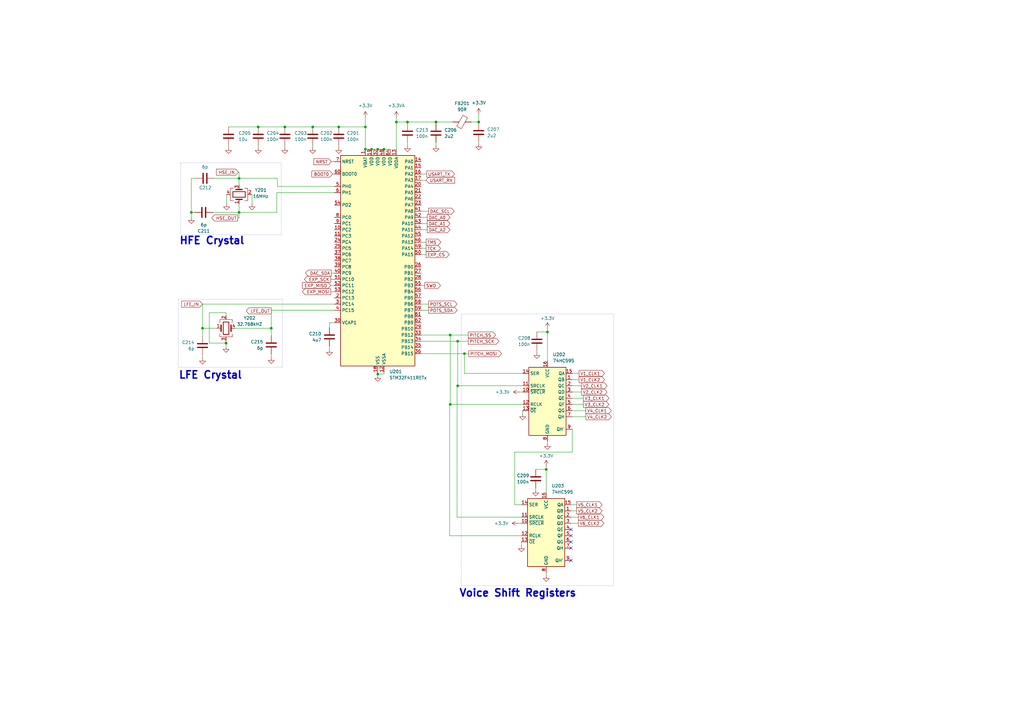
<source format=kicad_sch>
(kicad_sch (version 20230121) (generator eeschema)
  (paper "A3")
  (lib_symbols
    (symbol "74xx:74HC595"
      (property "Reference" "U" (at -7.62 13.97 0))
      (property "Value" "74HC595" (at -7.62 -16.51 0))
      (symbol "74HC595_1_0"
        (pin tri_state line (at 10.16 7.62 180) (length 2.54) (name "QB") (number "1"))
        (pin input line (at -10.16 2.54 0) (length 2.54) (name "~{SRCLR}") (number "10"))
        (pin input line (at -10.16 5.08 0) (length 2.54) (name "SRCLK") (number "11"))
        (pin input line (at -10.16 -2.54 0) (length 2.54) (name "RCLK") (number "12"))
        (pin input line (at -10.16 -5.08 0) (length 2.54) (name "~{OE}") (number "13"))
        (pin input line (at -10.16 10.16 0) (length 2.54) (name "SER") (number "14"))
        (pin tri_state line (at 10.16 10.16 180) (length 2.54) (name "QA") (number "15"))
        (pin power_in line (at 0 15.24 270) (length 2.54) (name "VCC") (number "16"))
        (pin tri_state line (at 10.16 5.08 180) (length 2.54) (name "QC") (number "2"))
        (pin tri_state line (at 10.16 2.54 180) (length 2.54) (name "QD") (number "3"))
        (pin tri_state line (at 10.16 0 180) (length 2.54) (name "QE") (number "4"))
        (pin tri_state line (at 10.16 -2.54 180) (length 2.54) (name "QF") (number "5"))
        (pin tri_state line (at 10.16 -5.08 180) (length 2.54) (name "QG") (number "6"))
        (pin tri_state line (at 10.16 -7.62 180) (length 2.54) (name "QH") (number "7"))
        (pin power_in line (at 0 -17.78 90) (length 2.54) (name "GND") (number "8"))
        (pin output line (at 10.16 -12.7 180) (length 2.54) (name "QH'") (number "9"))
      )
      (symbol "74HC595_1_1"
        (rectangle (start -7.62 12.7) (end 7.62 -15.24) (stroke (width 0.254)) (fill (type background)))
      )
    )
    (symbol "Device:C" (pin_numbers hide) (pin_names (offset 0.254))
      (property "Reference" "C" (at 0.635 2.54 0))
      (property "Value" "C" (at 0.635 -2.54 0))
      (symbol "C_0_1"
        (polyline (pts (xy -2.032 -0.762) (xy 2.032 -0.762)) (stroke (width 0.508)))
        (polyline (pts (xy -2.032 0.762) (xy 2.032 0.762)) (stroke (width 0.508)))
      )
      (symbol "C_1_1"
        (pin passive line (at 0 3.81 270) (length 2.794) (name "~") (number "1"))
        (pin passive line (at 0 -3.81 90) (length 2.794) (name "~") (number "2"))
      )
    )
    (symbol "Device:Crystal_GND23" (pin_names (offset 1.016) hide)
      (property "Reference" "Y" (at 3.175 5.08 0))
      (property "Value" "Crystal_GND23" (at 3.175 3.175 0))
      (symbol "Crystal_GND23_0_1"
        (rectangle (start -1.143 2.54) (end 1.143 -2.54) (stroke (width 0.3048)))
        (polyline (pts (xy -2.54 0) (xy -2.032 0)))
        (polyline (pts (xy -2.032 -1.27) (xy -2.032 1.27)) (stroke (width 0.508)))
        (polyline (pts (xy 0 -3.81) (xy 0 -3.556)))
        (polyline (pts (xy 0 3.556) (xy 0 3.81)))
        (polyline (pts (xy 2.032 -1.27) (xy 2.032 1.27)) (stroke (width 0.508)))
        (polyline (pts (xy 2.032 0) (xy 2.54 0)))
        (polyline (pts (xy -2.54 -2.286) (xy -2.54 -3.556) (xy 2.54 -3.556) (xy 2.54 -2.286)))
        (polyline (pts (xy -2.54 2.286) (xy -2.54 3.556) (xy 2.54 3.556) (xy 2.54 2.286)))
      )
      (symbol "Crystal_GND23_1_1"
        (pin passive line (at -3.81 0 0) (length 1.27) (name "1") (number "1"))
        (pin passive line (at 0 5.08 270) (length 1.27) (name "2") (number "2"))
        (pin passive line (at 0 -5.08 90) (length 1.27) (name "3") (number "3"))
        (pin passive line (at 3.81 0 180) (length 1.27) (name "4") (number "4"))
      )
    )
    (symbol "Device:Crystal_GND24" (pin_names (offset 1.016) hide)
      (property "Reference" "Y" (at 3.175 5.08 0))
      (property "Value" "Crystal_GND24" (at 3.175 3.175 0))
      (symbol "Crystal_GND24_0_1"
        (rectangle (start -1.143 2.54) (end 1.143 -2.54) (stroke (width 0.3048)))
        (polyline (pts (xy -2.54 0) (xy -2.032 0)))
        (polyline (pts (xy -2.032 -1.27) (xy -2.032 1.27)) (stroke (width 0.508)))
        (polyline (pts (xy 0 -3.81) (xy 0 -3.556)))
        (polyline (pts (xy 0 3.556) (xy 0 3.81)))
        (polyline (pts (xy 2.032 -1.27) (xy 2.032 1.27)) (stroke (width 0.508)))
        (polyline (pts (xy 2.032 0) (xy 2.54 0)))
        (polyline (pts (xy -2.54 -2.286) (xy -2.54 -3.556) (xy 2.54 -3.556) (xy 2.54 -2.286)))
        (polyline (pts (xy -2.54 2.286) (xy -2.54 3.556) (xy 2.54 3.556) (xy 2.54 2.286)))
      )
      (symbol "Crystal_GND24_1_1"
        (pin passive line (at -3.81 0 0) (length 1.27) (name "1") (number "1"))
        (pin passive line (at 0 5.08 270) (length 1.27) (name "2") (number "2"))
        (pin passive line (at 3.81 0 180) (length 1.27) (name "3") (number "3"))
        (pin passive line (at 0 -5.08 90) (length 1.27) (name "4") (number "4"))
      )
    )
    (symbol "Device:FerriteBead" (pin_numbers hide) (pin_names (offset 0))
      (property "Reference" "FB" (at -3.81 0.635 90))
      (property "Value" "FerriteBead" (at 3.81 0 90))
      (symbol "FerriteBead_0_1"
        (polyline (pts (xy 0 -1.27) (xy 0 -1.2192)))
        (polyline (pts (xy 0 1.27) (xy 0 1.2954)))
        (polyline (pts (xy -2.7686 0.4064) (xy -1.7018 2.2606) (xy 2.7686 -0.3048) (xy 1.6764 -2.159) (xy -2.7686 0.4064)))
      )
      (symbol "FerriteBead_1_1"
        (pin passive line (at 0 3.81 270) (length 2.54) (name "~") (number "1"))
        (pin passive line (at 0 -3.81 90) (length 2.54) (name "~") (number "2"))
      )
    )
    (symbol "MCU_ST_STM32F4:STM32F411RETx"
      (property "Reference" "U" (at -15.24 44.45 0))
      (property "Value" "STM32F411RETx" (at 10.16 44.45 0))
      (symbol "STM32F411RETx_0_1"
        (rectangle (start -15.24 -43.18) (end 15.24 43.18) (stroke (width 0.254)) (fill (type background)))
      )
      (symbol "STM32F411RETx_1_1"
        (pin power_in line (at -5.08 45.72 270) (length 2.54) (name "VBAT") (number "1"))
        (pin bidirectional line (at -17.78 12.7 0) (length 2.54) (name "PC2") (number "10"))
        (pin bidirectional line (at -17.78 10.16 0) (length 2.54) (name "PC3") (number "11"))
        (pin power_in line (at 2.54 -45.72 90) (length 2.54) (name "VSSA") (number "12"))
        (pin power_in line (at 7.62 45.72 270) (length 2.54) (name "VDDA") (number "13"))
        (pin bidirectional line (at 17.78 40.64 180) (length 2.54) (name "PA0") (number "14"))
        (pin bidirectional line (at 17.78 38.1 180) (length 2.54) (name "PA1") (number "15"))
        (pin bidirectional line (at 17.78 35.56 180) (length 2.54) (name "PA2") (number "16"))
        (pin bidirectional line (at 17.78 33.02 180) (length 2.54) (name "PA3") (number "17"))
        (pin power_in line (at 0 -45.72 90) (length 2.54) (name "VSS") (number "18"))
        (pin power_in line (at -2.54 45.72 270) (length 2.54) (name "VDD") (number "19"))
        (pin bidirectional line (at -17.78 -15.24 0) (length 2.54) (name "PC13") (number "2"))
        (pin bidirectional line (at 17.78 30.48 180) (length 2.54) (name "PA4") (number "20"))
        (pin bidirectional line (at 17.78 27.94 180) (length 2.54) (name "PA5") (number "21"))
        (pin bidirectional line (at 17.78 25.4 180) (length 2.54) (name "PA6") (number "22"))
        (pin bidirectional line (at 17.78 22.86 180) (length 2.54) (name "PA7") (number "23"))
        (pin bidirectional line (at -17.78 7.62 0) (length 2.54) (name "PC4") (number "24"))
        (pin bidirectional line (at -17.78 5.08 0) (length 2.54) (name "PC5") (number "25"))
        (pin bidirectional line (at 17.78 -2.54 180) (length 2.54) (name "PB0") (number "26"))
        (pin bidirectional line (at 17.78 -5.08 180) (length 2.54) (name "PB1") (number "27"))
        (pin bidirectional line (at 17.78 -7.62 180) (length 2.54) (name "PB2") (number "28"))
        (pin bidirectional line (at 17.78 -27.94 180) (length 2.54) (name "PB10") (number "29"))
        (pin bidirectional line (at -17.78 -17.78 0) (length 2.54) (name "PC14") (number "3"))
        (pin power_out line (at -17.78 -25.4 0) (length 2.54) (name "VCAP1") (number "30"))
        (pin passive line (at 0 -45.72 90) (length 2.54) hide (name "VSS") (number "31"))
        (pin power_in line (at 0 45.72 270) (length 2.54) (name "VDD") (number "32"))
        (pin bidirectional line (at 17.78 -30.48 180) (length 2.54) (name "PB12") (number "33"))
        (pin bidirectional line (at 17.78 -33.02 180) (length 2.54) (name "PB13") (number "34"))
        (pin bidirectional line (at 17.78 -35.56 180) (length 2.54) (name "PB14") (number "35"))
        (pin bidirectional line (at 17.78 -38.1 180) (length 2.54) (name "PB15") (number "36"))
        (pin bidirectional line (at -17.78 2.54 0) (length 2.54) (name "PC6") (number "37"))
        (pin bidirectional line (at -17.78 0 0) (length 2.54) (name "PC7") (number "38"))
        (pin bidirectional line (at -17.78 -2.54 0) (length 2.54) (name "PC8") (number "39"))
        (pin bidirectional line (at -17.78 -20.32 0) (length 2.54) (name "PC15") (number "4"))
        (pin bidirectional line (at -17.78 -5.08 0) (length 2.54) (name "PC9") (number "40"))
        (pin bidirectional line (at 17.78 20.32 180) (length 2.54) (name "PA8") (number "41"))
        (pin bidirectional line (at 17.78 17.78 180) (length 2.54) (name "PA9") (number "42"))
        (pin bidirectional line (at 17.78 15.24 180) (length 2.54) (name "PA10") (number "43"))
        (pin bidirectional line (at 17.78 12.7 180) (length 2.54) (name "PA11") (number "44"))
        (pin bidirectional line (at 17.78 10.16 180) (length 2.54) (name "PA12") (number "45"))
        (pin bidirectional line (at 17.78 7.62 180) (length 2.54) (name "PA13") (number "46"))
        (pin passive line (at 0 -45.72 90) (length 2.54) hide (name "VSS") (number "47"))
        (pin power_in line (at 2.54 45.72 270) (length 2.54) (name "VDD") (number "48"))
        (pin bidirectional line (at 17.78 5.08 180) (length 2.54) (name "PA14") (number "49"))
        (pin bidirectional line (at -17.78 30.48 0) (length 2.54) (name "PH0") (number "5"))
        (pin bidirectional line (at 17.78 2.54 180) (length 2.54) (name "PA15") (number "50"))
        (pin bidirectional line (at -17.78 -7.62 0) (length 2.54) (name "PC10") (number "51"))
        (pin bidirectional line (at -17.78 -10.16 0) (length 2.54) (name "PC11") (number "52"))
        (pin bidirectional line (at -17.78 -12.7 0) (length 2.54) (name "PC12") (number "53"))
        (pin bidirectional line (at -17.78 22.86 0) (length 2.54) (name "PD2") (number "54"))
        (pin bidirectional line (at 17.78 -10.16 180) (length 2.54) (name "PB3") (number "55"))
        (pin bidirectional line (at 17.78 -12.7 180) (length 2.54) (name "PB4") (number "56"))
        (pin bidirectional line (at 17.78 -15.24 180) (length 2.54) (name "PB5") (number "57"))
        (pin bidirectional line (at 17.78 -17.78 180) (length 2.54) (name "PB6") (number "58"))
        (pin bidirectional line (at 17.78 -20.32 180) (length 2.54) (name "PB7") (number "59"))
        (pin bidirectional line (at -17.78 27.94 0) (length 2.54) (name "PH1") (number "6"))
        (pin input line (at -17.78 35.56 0) (length 2.54) (name "BOOT0") (number "60"))
        (pin bidirectional line (at 17.78 -22.86 180) (length 2.54) (name "PB8") (number "61"))
        (pin bidirectional line (at 17.78 -25.4 180) (length 2.54) (name "PB9") (number "62"))
        (pin passive line (at 0 -45.72 90) (length 2.54) hide (name "VSS") (number "63"))
        (pin power_in line (at 5.08 45.72 270) (length 2.54) (name "VDD") (number "64"))
        (pin input line (at -17.78 40.64 0) (length 2.54) (name "NRST") (number "7"))
        (pin bidirectional line (at -17.78 17.78 0) (length 2.54) (name "PC0") (number "8"))
        (pin bidirectional line (at -17.78 15.24 0) (length 2.54) (name "PC1") (number "9"))
      )
    )
    (symbol "power:+3.3V" (power) (pin_names (offset 0))
      (property "Value" "+3.3V" (at 0 3.556 0))
      (symbol "+3.3V_0_1"
        (polyline (pts (xy -0.762 1.27) (xy 0 2.54)))
        (polyline (pts (xy 0 0) (xy 0 2.54)))
        (polyline (pts (xy 0 2.54) (xy 0.762 1.27)))
      )
      (symbol "+3.3V_1_1"
        (pin power_in line (at 0 0 90) (length 0) hide (name "+3.3V") (number "1"))
      )
    )
    (symbol "power:+3.3VA" (power) (pin_names (offset 0))
      (property "Value" "+3.3VA" (at 0 3.556 0))
      (symbol "+3.3VA_0_1"
        (polyline (pts (xy -0.762 1.27) (xy 0 2.54)))
        (polyline (pts (xy 0 0) (xy 0 2.54)))
        (polyline (pts (xy 0 2.54) (xy 0.762 1.27)))
      )
      (symbol "+3.3VA_1_1"
        (pin power_in line (at 0 0 90) (length 0) hide (name "+3.3VA") (number "1"))
      )
    )
    (symbol "power:GND" (power) (pin_names (offset 0))
      (symbol "GND_0_1"
        (polyline (pts (xy 0 0) (xy 0 -1.27) (xy 1.27 -1.27) (xy 0 -2.54) (xy -1.27 -1.27) (xy 0 -1.27)))
      )
      (symbol "GND_1_1"
        (pin power_in line (at 0 0 270) (length 0) hide (name "GND") (number "1"))
      )
    )
  )
  (junction (at 157.48 61.214))
  (junction (at 167.132 50.038))
  (junction (at 98.044 73.152))
  (junction (at 152.4 61.214))
  (junction (at 154.94 153.416))
  (junction (at 190.5 145.034))
  (junction (at 105.918 52.07))
  (junction (at 184.658 137.414))
  (junction (at 98.044 87.122))
  (junction (at 111.252 134.62))
  (junction (at 178.816 50.038))
  (junction (at 83.058 134.62))
  (junction (at 154.94 61.214))
  (junction (at 116.84 52.07))
  (junction (at 224.536 136.144))
  (junction (at 224.028 192.532))
  (junction (at 196.342 50.038))
  (junction (at 184.658 165.862))
  (junction (at 149.86 61.214))
  (junction (at 92.71 140.716))
  (junction (at 78.486 87.122))
  (junction (at 162.56 50.038))
  (junction (at 149.86 52.07))
  (junction (at 187.706 139.954))
  (junction (at 187.706 158.242))
  (junction (at 128.27 52.07))
  (junction (at 138.938 52.07))
  (no_connect (at 234.188 219.71))
  (no_connect (at 234.188 222.25))
  (no_connect (at 234.188 229.87))
  (no_connect (at 234.188 224.79))
  (no_connect (at 234.188 217.17))
  (wire (pts (xy 172.72 104.394) (xy 174.752 104.394)))
  (wire (pts (xy 87.376 87.122) (xy 98.044 87.122)))
  (wire (pts (xy 88.9 134.62) (xy 83.058 134.62)))
  (wire (pts (xy 83.058 145.542) (xy 83.058 146.812)))
  (wire (pts (xy 234.696 185.42) (xy 211.074 185.42)))
  (wire (pts (xy 172.72 71.374) (xy 175.006 71.374)))
  (wire (pts (xy 172.72 89.154) (xy 175.26 89.154)))
  (wire (pts (xy 172.72 145.034) (xy 190.5 145.034)))
  (wire (pts (xy 224.028 192.532) (xy 224.028 201.93)))
  (wire (pts (xy 219.71 200.152) (xy 219.71 200.914)))
  (wire (pts (xy 85.852 128.27) (xy 85.852 140.716)))
  (wire (pts (xy 157.48 153.416) (xy 154.94 153.416)))
  (wire (pts (xy 135.636 119.634) (xy 137.16 119.634)))
  (wire (pts (xy 113.792 73.152) (xy 98.044 73.152)))
  (wire (pts (xy 85.852 140.716) (xy 92.71 140.716)))
  (wire (pts (xy 234.188 212.09) (xy 237.236 212.09)))
  (wire (pts (xy 234.188 207.01) (xy 236.474 207.01)))
  (wire (pts (xy 178.816 50.038) (xy 185.674 50.038)))
  (wire (pts (xy 219.71 192.532) (xy 224.028 192.532)))
  (wire (pts (xy 172.72 86.614) (xy 175.768 86.614)))
  (wire (pts (xy 184.404 165.862) (xy 184.658 165.862)))
  (wire (pts (xy 113.538 78.994) (xy 137.16 78.994)))
  (wire (pts (xy 162.56 50.038) (xy 162.56 61.214)))
  (wire (pts (xy 92.71 139.7) (xy 92.71 140.716)))
  (wire (pts (xy 83.058 124.714) (xy 137.16 124.714)))
  (wire (pts (xy 193.294 50.038) (xy 196.342 50.038)))
  (wire (pts (xy 154.94 152.654) (xy 154.94 153.416)))
  (wire (pts (xy 234.696 155.702) (xy 237.49 155.702)))
  (wire (pts (xy 214.376 165.862) (xy 184.658 165.862)))
  (wire (pts (xy 234.696 168.402) (xy 240.284 168.402)))
  (wire (pts (xy 113.792 76.454) (xy 137.16 76.454)))
  (wire (pts (xy 78.486 87.122) (xy 78.486 73.152)))
  (wire (pts (xy 234.696 163.322) (xy 239.268 163.322)))
  (wire (pts (xy 83.058 134.62) (xy 83.058 137.922)))
  (wire (pts (xy 116.84 59.69) (xy 116.84 60.452)))
  (wire (pts (xy 234.696 158.242) (xy 238.506 158.242)))
  (wire (pts (xy 105.918 59.69) (xy 105.918 60.452)))
  (wire (pts (xy 149.86 48.26) (xy 149.86 52.07)))
  (wire (pts (xy 111.252 145.288) (xy 111.252 146.558)))
  (wire (pts (xy 97.536 89.408) (xy 98.044 89.408)))
  (wire (pts (xy 234.696 160.782) (xy 238.506 160.782)))
  (wire (pts (xy 172.72 91.694) (xy 175.26 91.694)))
  (wire (pts (xy 234.696 165.862) (xy 239.268 165.862)))
  (wire (pts (xy 97.79 70.612) (xy 98.044 70.612)))
  (wire (pts (xy 111.252 127.254) (xy 111.252 134.62)))
  (wire (pts (xy 113.792 76.454) (xy 113.792 73.152)))
  (wire (pts (xy 211.074 185.42) (xy 211.074 207.01)))
  (wire (pts (xy 184.658 137.414) (xy 192.024 137.414)))
  (wire (pts (xy 111.252 127.254) (xy 137.16 127.254)))
  (wire (pts (xy 128.27 52.07) (xy 138.938 52.07)))
  (wire (pts (xy 172.72 94.234) (xy 175.26 94.234)))
  (wire (pts (xy 172.72 124.714) (xy 175.768 124.714)))
  (wire (pts (xy 196.342 46.99) (xy 196.342 50.038)))
  (wire (pts (xy 92.964 79.756) (xy 92.964 83.566)))
  (wire (pts (xy 224.028 191.262) (xy 224.028 192.532)))
  (wire (pts (xy 162.56 50.038) (xy 167.132 50.038)))
  (wire (pts (xy 92.71 129.54) (xy 92.71 128.27)))
  (wire (pts (xy 135.128 141.986) (xy 135.128 143.256)))
  (wire (pts (xy 138.938 52.07) (xy 149.86 52.07)))
  (wire (pts (xy 135.636 117.094) (xy 137.16 117.094)))
  (wire (pts (xy 172.72 101.854) (xy 174.752 101.854)))
  (wire (pts (xy 152.4 61.214) (xy 154.94 61.214)))
  (wire (pts (xy 167.132 58.42) (xy 167.132 59.69)))
  (wire (pts (xy 224.028 234.95) (xy 224.028 235.966)))
  (wire (pts (xy 98.044 87.122) (xy 98.044 89.408)))
  (wire (pts (xy 214.376 168.402) (xy 214.376 169.672)))
  (wire (pts (xy 178.816 58.42) (xy 178.816 59.69)))
  (wire (pts (xy 220.218 143.764) (xy 220.218 144.526)))
  (wire (pts (xy 213.106 160.782) (xy 214.376 160.782)))
  (wire (pts (xy 105.918 52.07) (xy 116.84 52.07)))
  (wire (pts (xy 190.5 145.034) (xy 192.278 145.034)))
  (wire (pts (xy 83.058 124.714) (xy 83.058 134.62)))
  (wire (pts (xy 92.71 140.716) (xy 92.71 141.986)))
  (wire (pts (xy 190.5 153.162) (xy 190.5 145.034)))
  (wire (pts (xy 187.706 158.242) (xy 187.706 139.954)))
  (wire (pts (xy 184.658 165.862) (xy 184.658 137.414)))
  (wire (pts (xy 136.398 71.374) (xy 137.16 71.374)))
  (wire (pts (xy 211.074 207.01) (xy 213.868 207.01)))
  (wire (pts (xy 98.044 83.566) (xy 98.044 87.122)))
  (wire (pts (xy 167.132 50.038) (xy 167.132 50.8)))
  (wire (pts (xy 172.72 73.914) (xy 174.752 73.914)))
  (wire (pts (xy 103.378 79.756) (xy 103.124 79.756)))
  (wire (pts (xy 103.378 83.566) (xy 103.378 79.756)))
  (wire (pts (xy 135.128 134.366) (xy 135.128 132.334)))
  (wire (pts (xy 128.27 59.69) (xy 128.27 60.452)))
  (wire (pts (xy 92.71 128.27) (xy 85.852 128.27)))
  (wire (pts (xy 116.84 52.07) (xy 128.27 52.07)))
  (wire (pts (xy 234.188 209.55) (xy 236.474 209.55)))
  (wire (pts (xy 98.044 87.122) (xy 113.538 87.122)))
  (wire (pts (xy 154.94 153.416) (xy 154.94 153.924)))
  (wire (pts (xy 234.188 214.63) (xy 237.236 214.63)))
  (wire (pts (xy 154.94 61.214) (xy 157.48 61.214)))
  (wire (pts (xy 234.696 153.162) (xy 237.49 153.162)))
  (wire (pts (xy 135.128 132.334) (xy 137.16 132.334)))
  (wire (pts (xy 212.598 214.63) (xy 213.868 214.63)))
  (wire (pts (xy 78.486 73.152) (xy 80.264 73.152)))
  (wire (pts (xy 93.726 52.07) (xy 105.918 52.07)))
  (wire (pts (xy 224.536 134.874) (xy 224.536 136.144)))
  (wire (pts (xy 172.72 117.094) (xy 174.244 117.094)))
  (wire (pts (xy 178.816 50.038) (xy 178.816 50.8)))
  (wire (pts (xy 213.868 212.09) (xy 187.452 212.09)))
  (wire (pts (xy 224.536 181.102) (xy 224.536 181.864)))
  (wire (pts (xy 138.938 59.69) (xy 138.938 60.452)))
  (wire (pts (xy 87.884 73.152) (xy 98.044 73.152)))
  (wire (pts (xy 111.252 134.62) (xy 96.52 134.62)))
  (wire (pts (xy 149.86 61.214) (xy 152.4 61.214)))
  (wire (pts (xy 78.486 87.122) (xy 79.756 87.122)))
  (wire (pts (xy 213.868 222.25) (xy 213.868 223.774)))
  (wire (pts (xy 157.48 61.214) (xy 160.02 61.214)))
  (wire (pts (xy 172.72 137.414) (xy 184.658 137.414)))
  (wire (pts (xy 135.636 114.554) (xy 137.16 114.554)))
  (wire (pts (xy 214.376 153.162) (xy 190.5 153.162)))
  (wire (pts (xy 167.132 50.038) (xy 178.816 50.038)))
  (wire (pts (xy 135.89 66.294) (xy 137.16 66.294)))
  (wire (pts (xy 162.56 48.26) (xy 162.56 50.038)))
  (wire (pts (xy 234.696 176.022) (xy 234.696 185.42)))
  (wire (pts (xy 98.044 73.152) (xy 98.044 75.946)))
  (wire (pts (xy 196.342 50.038) (xy 196.342 50.546)))
  (wire (pts (xy 98.044 70.612) (xy 98.044 73.152)))
  (wire (pts (xy 157.48 152.654) (xy 157.48 153.416)))
  (wire (pts (xy 213.868 219.71) (xy 184.404 219.71)))
  (wire (pts (xy 192.024 139.954) (xy 187.706 139.954)))
  (wire (pts (xy 113.538 87.122) (xy 113.538 78.994)))
  (wire (pts (xy 149.86 52.07) (xy 149.86 61.214)))
  (wire (pts (xy 111.252 134.62) (xy 111.252 137.668)))
  (wire (pts (xy 172.72 99.314) (xy 174.752 99.314)))
  (wire (pts (xy 184.404 219.71) (xy 184.404 165.862)))
  (wire (pts (xy 224.536 136.144) (xy 224.536 148.082)))
  (wire (pts (xy 196.342 58.166) (xy 196.342 58.928)))
  (wire (pts (xy 172.72 127.254) (xy 175.768 127.254)))
  (wire (pts (xy 78.486 89.154) (xy 78.486 87.122)))
  (wire (pts (xy 135.89 112.014) (xy 137.16 112.014)))
  (wire (pts (xy 234.696 170.942) (xy 240.284 170.942)))
  (wire (pts (xy 214.376 158.242) (xy 187.706 158.242)))
  (wire (pts (xy 93.726 59.69) (xy 93.726 60.452)))
  (wire (pts (xy 187.452 212.09) (xy 187.452 158.242)))
  (wire (pts (xy 187.452 158.242) (xy 187.706 158.242)))
  (wire (pts (xy 187.706 139.954) (xy 172.72 139.954)))
  (wire (pts (xy 220.218 136.144) (xy 224.536 136.144)))
  (rectangle (start 189.23 128.778) (end 251.714 240.284) (stroke (width 0) (type dot)))
  (rectangle (start 74.168 66.802) (end 115.316 96.266) (stroke (width 0) (type dot)))
  (rectangle (start 73.152 122.682) (end 115.824 150.622) (stroke (width 0) (type dot)))
  (text "HFE Crystal" (at 73.406 100.584 0) (effects (font (size 3 3) (thickness 0.6) bold) (justify left bottom)))
  (text "LFE Crystal" (at 73.152 155.702 0) (effects (font (size 3 3) (thickness 0.6) bold) (justify left bottom)))
  (text "Voice Shift Registers" (at 188.214 245.11 0) (effects (font (size 3 3) (thickness 0.6) bold) (justify left bottom)))
  (global_label "SWO" (shape output) (at 174.244 117.094 0) (property "Intersheetrefs" "${INTERSHEET_REFS}" (effects hide)))
  (global_label "DAC_A0" (shape output) (at 175.26 89.154 0) (property "Intersheetrefs" "${INTERSHEET_REFS}" (effects hide)))
  (global_label "PITCH_MOSI" (shape output) (at 192.278 145.034 0) (property "Intersheetrefs" "${INTERSHEET_REFS}" (effects hide)))
  (global_label "BOOT0" (shape input) (at 136.398 71.374 180) (property "Intersheetrefs" "${INTERSHEET_REFS}" (effects hide)))
  (global_label "V1_CLK1" (shape output) (at 237.49 153.162 0) (property "Intersheetrefs" "${INTERSHEET_REFS}" (effects hide)))
  (global_label "V2_CLK1" (shape output) (at 238.506 158.242 0) (property "Intersheetrefs" "${INTERSHEET_REFS}" (effects hide)))
  (global_label "NRST" (shape input) (at 135.89 66.294 180) (property "Intersheetrefs" "${INTERSHEET_REFS}" (effects hide)))
  (global_label "V3_CLK2" (shape output) (at 239.268 165.862 0) (property "Intersheetrefs" "${INTERSHEET_REFS}" (effects hide)))
  (global_label "LFE_OUT" (shape output) (at 111.252 127.508 180) (property "Intersheetrefs" "${INTERSHEET_REFS}" (effects hide)))
  (global_label "TMS" (shape output) (at 174.752 99.314 0) (property "Intersheetrefs" "${INTERSHEET_REFS}" (effects hide)))
  (global_label "DAC_A1" (shape output) (at 175.26 91.694 0) (property "Intersheetrefs" "${INTERSHEET_REFS}" (effects hide)))
  (global_label "HSE_IN" (shape input) (at 97.79 70.612 180) (property "Intersheetrefs" "${INTERSHEET_REFS}" (effects hide)))
  (global_label "EXP_MOSI" (shape output) (at 135.636 119.634 180) (property "Intersheetrefs" "${INTERSHEET_REFS}" (effects hide)))
  (global_label "TCK" (shape output) (at 174.752 101.854 0) (property "Intersheetrefs" "${INTERSHEET_REFS}" (effects hide)))
  (global_label "V5_CLK2" (shape output) (at 236.474 209.55 0) (property "Intersheetrefs" "${INTERSHEET_REFS}" (effects hide)))
  (global_label "LFE_IN" (shape input) (at 83.058 124.714 180) (property "Intersheetrefs" "${INTERSHEET_REFS}" (effects hide)))
  (global_label "POTS_SCL" (shape output) (at 175.768 124.714 0) (property "Intersheetrefs" "${INTERSHEET_REFS}" (effects hide)))
  (global_label "V2_CLK2" (shape output) (at 238.506 160.782 0) (property "Intersheetrefs" "${INTERSHEET_REFS}" (effects hide)))
  (global_label "EXP_CS" (shape output) (at 174.752 104.394 0) (property "Intersheetrefs" "${INTERSHEET_REFS}" (effects hide)))
  (global_label "V6_CLK1" (shape output) (at 237.236 212.09 0) (property "Intersheetrefs" "${INTERSHEET_REFS}" (effects hide)))
  (global_label "DAC_SDA" (shape output) (at 135.89 112.014 180) (property "Intersheetrefs" "${INTERSHEET_REFS}" (effects hide)))
  (global_label "V4_CLK1" (shape output) (at 240.284 168.402 0) (property "Intersheetrefs" "${INTERSHEET_REFS}" (effects hide)))
  (global_label "V5_CLK1" (shape output) (at 236.474 207.01 0) (property "Intersheetrefs" "${INTERSHEET_REFS}" (effects hide)))
  (global_label "USART_TX" (shape output) (at 175.006 71.374 0) (property "Intersheetrefs" "${INTERSHEET_REFS}" (effects hide)))
  (global_label "USART_RX" (shape input) (at 174.752 73.914 0) (property "Intersheetrefs" "${INTERSHEET_REFS}" (effects hide)))
  (global_label "PITCH_SS" (shape output) (at 192.024 137.414 0) (property "Intersheetrefs" "${INTERSHEET_REFS}" (effects hide)))
  (global_label "EXP_SCK" (shape output) (at 135.636 114.554 180) (property "Intersheetrefs" "${INTERSHEET_REFS}" (effects hide)))
  (global_label "V6_CLK2" (shape output) (at 237.236 214.63 0) (property "Intersheetrefs" "${INTERSHEET_REFS}" (effects hide)))
  (global_label "HSE_OUT" (shape output) (at 97.536 89.408 180) (property "Intersheetrefs" "${INTERSHEET_REFS}" (effects hide)))
  (global_label "V3_CLK1" (shape output) (at 239.268 163.322 0) (property "Intersheetrefs" "${INTERSHEET_REFS}" (effects hide)))
  (global_label "DAC_SCL" (shape output) (at 175.768 86.614 0) (property "Intersheetrefs" "${INTERSHEET_REFS}" (effects hide)))
  (global_label "POTS_SDA" (shape output) (at 175.768 127.254 0) (property "Intersheetrefs" "${INTERSHEET_REFS}" (effects hide)))
  (global_label "V4_CLK2" (shape output) (at 240.284 170.942 0) (property "Intersheetrefs" "${INTERSHEET_REFS}" (effects hide)))
  (global_label "EXP_MISO" (shape input) (at 135.636 117.094 180) (property "Intersheetrefs" "${INTERSHEET_REFS}" (effects hide)))
  (global_label "V1_CLK2" (shape output) (at 237.49 155.702 0) (property "Intersheetrefs" "${INTERSHEET_REFS}" (effects hide)))
  (global_label "DAC_A2" (shape output) (at 175.26 94.234 0) (property "Intersheetrefs" "${INTERSHEET_REFS}" (effects hide)))
  (global_label "PITCH_SCK" (shape output) (at 192.024 139.954 0) (property "Intersheetrefs" "${INTERSHEET_REFS}" (effects hide)))
  (symbol (lib_id "Device:C") (at 196.342 54.356 0) (unit 1)
    (property "Reference" "C207" (at 199.771 53.086 0) (effects (justify left)))
    (property "Value" "2u2" (at 199.771 55.626 0) (effects (justify left)))
    (property "Footprint" "Capacitor_SMD:C_0805_2012Metric" (effects hide))
    (instances (project "PolySynthMotherboard" (path "" (reference "C207") (unit 1))) (project "DualWavetableOscHardware" (path "" (reference "C118") (unit 1))))
  )
  (symbol (lib_id "power:+3.3V") (at 213.106 160.782 90) (unit 1)
    (property "Reference" "#PWR0215" (effects hide))
    (property "Value" "+3.3V" (at 209.042 160.782 90) (effects (justify left)))
  )
  (symbol (lib_id "Device:C") (at 93.726 55.88 0) (unit 1)
    (property "Reference" "C205" (at 97.79 54.61 0) (effects (justify left)))
    (property "Value" "10u" (at 97.79 57.15 0) (effects (justify left)))
  )
  (symbol (lib_id "74xx:74HC595") (at 224.028 217.17 0) (unit 1)
    (property "Reference" "U203" (at 226.2221 199.263 0) (effects (justify left)))
    (property "Value" "74HC595" (at 226.2221 201.803 0) (effects (justify left)))
    (property "Datasheet" "http://www.ti.com/lit/ds/symlink/sn74hc595.pdf" (effects hide))
  )
  (symbol (lib_id "Device:C") (at 178.816 54.61 0) (unit 1)
    (property "Reference" "C206" (at 182.245 53.34 0) (effects (justify left)))
    (property "Value" "2u2" (at 182.245 55.88 0) (effects (justify left)))
    (property "Footprint" "Capacitor_SMD:C_0805_2012Metric" (effects hide))
    (instances (project "PolySynthMotherboard" (path "" (reference "C206") (unit 1))) (project "DualWavetableOscHardware" (path "" (reference "C116") (unit 1))))
  )
  (symbol (lib_id "power:GND") (at 224.028 235.966 0) (unit 1)
    (property "Reference" "#PWR0221" (effects hide))
    (property "Value" "GND" (effects hide))
  )
  (symbol (lib_id "Device:C") (at 84.074 73.152 90) (unit 1)
    (property "Reference" "C212" (at 84.201 76.962 90))
    (property "Value" "6p" (at 84.074 68.453 90))
    (property "Footprint" "Capacitor_SMD:C_0805_2012Metric" (effects hide))
    (instances (project "PolySynthMotherboard" (path "" (reference "C212") (unit 1))) (project "DualWavetableOscHardware" (path "" (reference "C103") (unit 1))))
  )
  (symbol (lib_id "power:GND") (at 93.726 60.452 0) (unit 1)
    (property "Reference" "#PWR0202" (effects hide))
    (property "Value" "GND" (effects hide))
  )
  (symbol (lib_id "Device:C") (at 128.27 55.88 0) (unit 1)
    (property "Reference" "C202" (at 131.318 54.61 0) (effects (justify left)))
    (property "Value" "100n" (at 131.318 57.15 0) (effects (justify left)))
  )
  (symbol (lib_id "Device:Crystal_GND24") (at 98.044 79.756 270) (mirror x) (unit 1)
    (property "Reference" "Y201" (at 106.934 77.978 90))
    (property "Value" "16MHz" (at 106.934 80.518 90))
    (property "Footprint" "Crystal:Crystal_SMD_EuroQuartz_MT-4Pin_3.2x2.5mm" (effects hide))
    (instances (project "PolySynthMotherboard" (path "" (reference "Y201") (unit 1))) (project "DualWavetableOscHardware" (path "" (reference "Y101") (unit 1))))
  )
  (symbol (lib_id "power:GND") (at 196.342 58.928 0) (unit 1)
    (property "Reference" "#PWR0210" (effects hide))
    (property "Value" "GND" (effects hide))
  )
  (symbol (lib_id "power:GND") (at 178.816 59.69 0) (unit 1)
    (property "Reference" "#PWR0209" (effects hide))
    (property "Value" "GND" (effects hide))
  )
  (symbol (lib_id "Device:C") (at 135.128 138.176 0) (unit 1)
    (property "Reference" "C210" (at 131.826 136.906 0) (effects (justify right)))
    (property "Value" "4u7" (at 131.826 139.446 0) (effects (justify right)))
  )
  (symbol (lib_id "74xx:74HC595") (at 224.536 163.322 0) (unit 1)
    (property "Reference" "U202" (at 226.7301 145.415 0) (effects (justify left)))
    (property "Value" "74HC595" (at 226.7301 147.955 0) (effects (justify left)))
    (property "Datasheet" "http://www.ti.com/lit/ds/symlink/sn74hc595.pdf" (effects hide))
  )
  (symbol (lib_id "power:GND") (at 83.058 146.812 0) (unit 1)
    (property "Reference" "#PWR0228" (effects hide))
    (property "Value" "GND" (effects hide))
  )
  (symbol (lib_id "power:GND") (at 103.378 83.566 0) (unit 1)
    (property "Reference" "#PWR0225" (effects hide))
    (property "Value" "GND" (effects hide))
    (instances (project "PolySynthMotherboard" (path "" (reference "#PWR0225") (unit 1))) (project "DualWavetableOscHardware" (path "" (reference "#PWR0118") (unit 1))))
  )
  (symbol (lib_id "power:GND") (at 220.218 144.526 0) (unit 1)
    (property "Reference" "#PWR0213" (effects hide))
    (property "Value" "GND" (effects hide))
  )
  (symbol (lib_id "Device:C") (at 219.71 196.342 0) (unit 1)
    (property "Reference" "C209" (at 211.963 195.072 0) (effects (justify left)))
    (property "Value" "100n" (at 211.963 197.612 0) (effects (justify left)))
  )
  (symbol (lib_id "power:GND") (at 105.918 60.452 0) (unit 1)
    (property "Reference" "#PWR0203" (effects hide))
    (property "Value" "GND" (effects hide))
  )
  (symbol (lib_id "MCU_ST_STM32F4:STM32F411RETx") (at 154.94 106.934 0) (unit 1)
    (property "Reference" "U201" (at 159.6741 152.4 0) (effects (justify left)))
    (property "Value" "STM32F411RETx" (at 159.6741 154.94 0) (effects (justify left)))
    (property "Footprint" "Package_QFP:LQFP-64_10x10mm_P0.5mm" (effects hide))
    (property "Datasheet" "https://www.st.com/resource/en/datasheet/stm32f411re.pdf" (effects hide))
  )
  (symbol (lib_id "power:GND") (at 128.27 60.452 0) (unit 1)
    (property "Reference" "#PWR0205" (effects hide))
    (property "Value" "GND" (effects hide))
  )
  (symbol (lib_id "power:+3.3V") (at 224.028 191.262 0) (unit 1)
    (property "Reference" "#PWR0220" (effects hide))
    (property "Value" "+3.3V" (at 224.028 186.944 0))
  )
  (symbol (lib_id "power:GND") (at 92.71 141.986 0) (unit 1)
    (property "Reference" "#PWR0227" (effects hide))
    (property "Value" "GND" (effects hide))
  )
  (symbol (lib_id "Device:C") (at 138.938 55.88 0) (unit 1)
    (property "Reference" "C201" (at 142.24 54.61 0) (effects (justify left)))
    (property "Value" "100n" (at 142.24 57.15 0) (effects (justify left)))
  )
  (symbol (lib_id "power:GND") (at 78.486 89.154 0) (unit 1)
    (property "Reference" "#PWR0223" (effects hide))
    (property "Value" "GND" (effects hide))
    (instances (project "PolySynthMotherboard" (path "" (reference "#PWR0223") (unit 1))) (project "DualWavetableOscHardware" (path "" (reference "#PWR0109") (unit 1))))
  )
  (symbol (lib_id "power:+3.3V") (at 212.598 214.63 90) (unit 1)
    (property "Reference" "#PWR0217" (effects hide))
    (property "Value" "+3.3V" (at 208.534 214.63 90) (effects (justify left)))
  )
  (symbol (lib_id "power:GND") (at 219.71 200.914 0) (unit 1)
    (property "Reference" "#PWR0219" (effects hide))
    (property "Value" "GND" (effects hide))
  )
  (symbol (lib_id "Device:Crystal_GND23") (at 92.71 134.62 0) (unit 1)
    (property "Reference" "Y202" (at 102.362 130.4291 0))
    (property "Value" "32.768kHZ" (at 102.362 132.9691 0))
  )
  (symbol (lib_id "power:GND") (at 111.252 146.558 0) (unit 1)
    (property "Reference" "#PWR0229" (effects hide))
    (property "Value" "GND" (effects hide))
  )
  (symbol (lib_id "power:GND") (at 167.132 59.69 0) (unit 1)
    (property "Reference" "#PWR0226" (effects hide))
    (property "Value" "GND" (effects hide))
  )
  (symbol (lib_id "power:+3.3V") (at 224.536 134.874 0) (unit 1)
    (property "Reference" "#PWR0212" (effects hide))
    (property "Value" "+3.3V" (at 224.536 130.556 0))
  )
  (symbol (lib_id "power:GND") (at 138.938 60.452 0) (unit 1)
    (property "Reference" "#PWR0206" (effects hide))
    (property "Value" "GND" (effects hide))
  )
  (symbol (lib_id "Device:C") (at 220.218 139.954 0) (unit 1)
    (property "Reference" "C208" (at 212.471 138.684 0) (effects (justify left)))
    (property "Value" "100n" (at 212.471 141.224 0) (effects (justify left)))
  )
  (symbol (lib_id "Device:C") (at 83.058 141.732 0) (unit 1)
    (property "Reference" "C214" (at 79.756 140.462 0) (effects (justify right)))
    (property "Value" "6p" (at 79.756 143.002 0) (effects (justify right)))
  )
  (symbol (lib_id "Device:C") (at 116.84 55.88 0) (unit 1)
    (property "Reference" "C203" (at 120.777 54.61 0) (effects (justify left)))
    (property "Value" "100n" (at 120.777 57.15 0) (effects (justify left)))
  )
  (symbol (lib_id "power:GND") (at 213.868 223.774 0) (unit 1)
    (property "Reference" "#PWR0218" (effects hide))
    (property "Value" "GND" (effects hide))
  )
  (symbol (lib_id "power:GND") (at 92.964 83.566 0) (unit 1)
    (property "Reference" "#PWR0224" (effects hide))
    (property "Value" "GND" (effects hide))
    (instances (project "PolySynthMotherboard" (path "" (reference "#PWR0224") (unit 1))) (project "DualWavetableOscHardware" (path "" (reference "#PWR0114") (unit 1))))
  )
  (symbol (lib_id "Device:C") (at 111.252 141.478 0) (unit 1)
    (property "Reference" "C215" (at 107.95 140.208 0) (effects (justify right)))
    (property "Value" "6p" (at 107.95 142.748 0) (effects (justify right)))
  )
  (symbol (lib_id "power:GND") (at 214.376 169.672 0) (unit 1)
    (property "Reference" "#PWR0216" (effects hide))
    (property "Value" "GND" (effects hide))
  )
  (symbol (lib_id "Device:C") (at 167.132 54.61 0) (unit 1)
    (property "Reference" "C213" (at 170.561 53.34 0) (effects (justify left)))
    (property "Value" "100n" (at 170.561 55.88 0) (effects (justify left)))
    (property "Footprint" "Capacitor_SMD:C_0805_2012Metric" (effects hide))
    (instances (project "PolySynthMotherboard" (path "" (reference "C213") (unit 1))) (project "DualWavetableOscHardware" (path "" (reference "C116") (unit 1))))
  )
  (symbol (lib_id "power:+3.3V") (at 196.342 46.99 0) (unit 1)
    (property "Reference" "#PWR0208" (effects hide))
    (property "Value" "+3.3V" (at 196.342 42.164 0))
    (instances (project "PolySynthMotherboard" (path "" (reference "#PWR0208") (unit 1))) (project "DualWavetableOscHardware" (path "" (reference "#PWR0135") (unit 1))))
  )
  (symbol (lib_id "power:GND") (at 135.128 143.256 0) (unit 1)
    (property "Reference" "#PWR0222" (effects hide))
    (property "Value" "GND" (effects hide))
  )
  (symbol (lib_id "Device:FerriteBead") (at 189.484 50.038 270) (unit 1)
    (property "Reference" "FB201" (at 189.5348 42.418 90))
    (property "Value" "90R" (at 189.5348 44.958 90))
    (property "Footprint" "Inductor_SMD:L_0805_2012Metric" (effects hide))
    (instances (project "PolySynthMotherboard" (path "" (reference "FB201") (unit 1))) (project "DualWavetableOscHardware" (path "" (reference "FB101") (unit 1))))
  )
  (symbol (lib_id "Device:C") (at 105.918 55.88 0) (unit 1)
    (property "Reference" "C204" (at 109.347 54.61 0) (effects (justify left)))
    (property "Value" "100n" (at 109.347 57.15 0) (effects (justify left)))
  )
  (symbol (lib_id "power:GND") (at 154.94 153.924 0) (unit 1)
    (property "Reference" "#PWR0211" (effects hide))
    (property "Value" "GND" (effects hide))
  )
  (symbol (lib_id "power:+3.3V") (at 149.86 48.26 0) (unit 1)
    (property "Reference" "#PWR0201" (effects hide))
    (property "Value" "+3.3V" (at 149.86 43.307 0))
  )
  (symbol (lib_id "Device:C") (at 83.566 87.122 90) (mirror x) (unit 1)
    (property "Reference" "C211" (at 83.566 94.742 90))
    (property "Value" "6p" (at 83.566 92.202 90))
    (property "Footprint" "Capacitor_SMD:C_0805_2012Metric" (effects hide))
    (instances (project "PolySynthMotherboard" (path "" (reference "C211") (unit 1))) (project "DualWavetableOscHardware" (path "" (reference "C102") (unit 1))))
  )
  (symbol (lib_id "power:+3.3VA") (at 162.56 48.26 0) (unit 1)
    (property "Reference" "#PWR0207" (effects hide))
    (property "Value" "+3.3VA" (at 162.56 43.307 0))
  )
  (symbol (lib_id "power:GND") (at 224.536 181.864 0) (unit 1)
    (property "Reference" "#PWR0214" (effects hide))
    (property "Value" "GND" (effects hide))
  )
  (symbol (lib_id "power:GND") (at 116.84 60.452 0) (unit 1)
    (property "Reference" "#PWR0204" (effects hide))
    (property "Value" "GND" (effects hide))
  )
)
</source>
